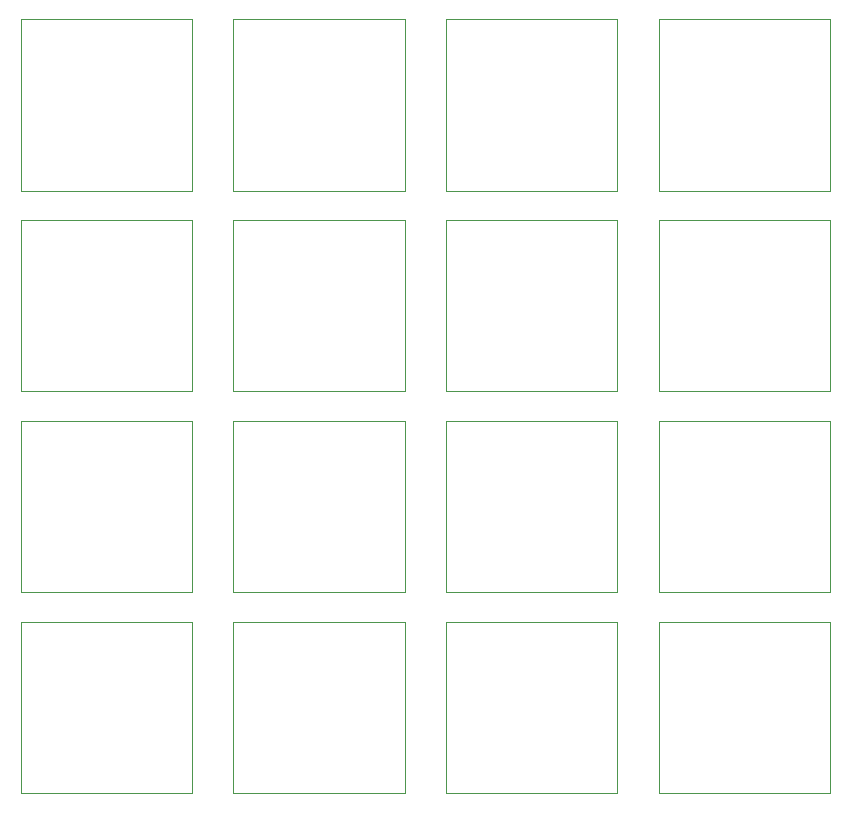
<source format=gbr>
G04 #@! TF.GenerationSoftware,KiCad,Pcbnew,8.0.6*
G04 #@! TF.CreationDate,2024-10-20T21:42:17+02:00*
G04 #@! TF.ProjectId,macropad,6d616372-6f70-4616-942e-6b696361645f,v7.6*
G04 #@! TF.SameCoordinates,Original*
G04 #@! TF.FileFunction,Other,ECO1*
%FSLAX46Y46*%
G04 Gerber Fmt 4.6, Leading zero omitted, Abs format (unit mm)*
G04 Created by KiCad (PCBNEW 8.0.6) date 2024-10-20 21:42:17*
%MOMM*%
%LPD*%
G01*
G04 APERTURE LIST*
%ADD10C,0.100000*%
G04 APERTURE END LIST*
D10*
G04 #@! TO.C,SW4*
X6000000Y-48500000D02*
X6000000Y-63000000D01*
X6000000Y-63000000D02*
X20500000Y-63000000D01*
X20500000Y-48500000D02*
X6000000Y-48500000D01*
X20500000Y-63000000D02*
X20500000Y-48500000D01*
G04 #@! TO.C,SW14*
X42000000Y-82500000D02*
X42000000Y-97000000D01*
X42000000Y-97000000D02*
X56500000Y-97000000D01*
X56500000Y-82500000D02*
X42000000Y-82500000D01*
X56500000Y-97000000D02*
X56500000Y-82500000D01*
G04 #@! TO.C,SW1*
X6000000Y-31500000D02*
X6000000Y-46000000D01*
X6000000Y-46000000D02*
X20500000Y-46000000D01*
X20500000Y-31500000D02*
X6000000Y-31500000D01*
X20500000Y-46000000D02*
X20500000Y-31500000D01*
G04 #@! TO.C,SW8*
X24000000Y-65500000D02*
X24000000Y-80000000D01*
X24000000Y-80000000D02*
X38500000Y-80000000D01*
X38500000Y-65500000D02*
X24000000Y-65500000D01*
X38500000Y-80000000D02*
X38500000Y-65500000D01*
G04 #@! TO.C,SW9*
X42000000Y-65500000D02*
X42000000Y-80000000D01*
X42000000Y-80000000D02*
X56500000Y-80000000D01*
X56500000Y-65500000D02*
X42000000Y-65500000D01*
X56500000Y-80000000D02*
X56500000Y-65500000D01*
G04 #@! TO.C,SW12*
X60000000Y-65500000D02*
X60000000Y-80000000D01*
X60000000Y-80000000D02*
X74500000Y-80000000D01*
X74500000Y-65500000D02*
X60000000Y-65500000D01*
X74500000Y-80000000D02*
X74500000Y-65500000D01*
G04 #@! TO.C,SW6*
X42000000Y-48500000D02*
X42000000Y-63000000D01*
X42000000Y-63000000D02*
X56500000Y-63000000D01*
X56500000Y-48500000D02*
X42000000Y-48500000D01*
X56500000Y-63000000D02*
X56500000Y-48500000D01*
G04 #@! TO.C,SW10*
X60000000Y-31500000D02*
X60000000Y-46000000D01*
X60000000Y-46000000D02*
X74500000Y-46000000D01*
X74500000Y-31500000D02*
X60000000Y-31500000D01*
X74500000Y-46000000D02*
X74500000Y-31500000D01*
G04 #@! TO.C,SW7*
X6000000Y-65500000D02*
X6000000Y-80000000D01*
X6000000Y-80000000D02*
X20500000Y-80000000D01*
X20500000Y-65500000D02*
X6000000Y-65500000D01*
X20500000Y-80000000D02*
X20500000Y-65500000D01*
G04 #@! TO.C,SW2*
X24000000Y-31500000D02*
X24000000Y-46000000D01*
X24000000Y-46000000D02*
X38500000Y-46000000D01*
X38500000Y-31500000D02*
X24000000Y-31500000D01*
X38500000Y-46000000D02*
X38500000Y-31500000D01*
G04 #@! TO.C,SW11*
X60000000Y-48500000D02*
X60000000Y-63000000D01*
X60000000Y-63000000D02*
X74500000Y-63000000D01*
X74500000Y-48500000D02*
X60000000Y-48500000D01*
X74500000Y-63000000D02*
X74500000Y-48500000D01*
G04 #@! TO.C,SW3*
X42000000Y-31500000D02*
X42000000Y-46000000D01*
X42000000Y-46000000D02*
X56500000Y-46000000D01*
X56500000Y-31500000D02*
X42000000Y-31500000D01*
X56500000Y-46000000D02*
X56500000Y-31500000D01*
G04 #@! TO.C,SW16*
X6000000Y-82500000D02*
X6000000Y-97000000D01*
X6000000Y-97000000D02*
X20500000Y-97000000D01*
X20500000Y-82500000D02*
X6000000Y-82500000D01*
X20500000Y-97000000D02*
X20500000Y-82500000D01*
G04 #@! TO.C,SW5*
X24000000Y-48500000D02*
X24000000Y-63000000D01*
X24000000Y-63000000D02*
X38500000Y-63000000D01*
X38500000Y-48500000D02*
X24000000Y-48500000D01*
X38500000Y-63000000D02*
X38500000Y-48500000D01*
G04 #@! TO.C,SW13*
X60000000Y-82500000D02*
X60000000Y-97000000D01*
X60000000Y-97000000D02*
X74500000Y-97000000D01*
X74500000Y-82500000D02*
X60000000Y-82500000D01*
X74500000Y-97000000D02*
X74500000Y-82500000D01*
G04 #@! TO.C,SW15*
X24000000Y-82500000D02*
X24000000Y-97000000D01*
X24000000Y-97000000D02*
X38500000Y-97000000D01*
X38500000Y-82500000D02*
X24000000Y-82500000D01*
X38500000Y-97000000D02*
X38500000Y-82500000D01*
G04 #@! TD*
M02*

</source>
